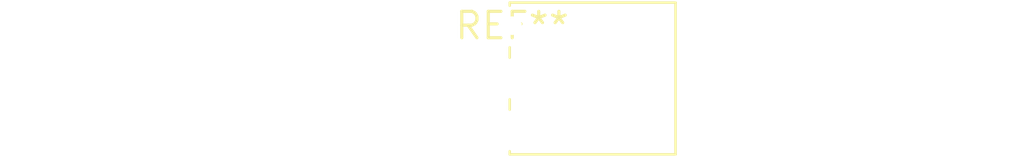
<source format=kicad_pcb>
(kicad_pcb (version 20240108) (generator pcbnew)
  (layers (0 "F.Cu" signal) (31 "B.Cu" signal) (34 "B.Paste" user) (35 "F.Paste" user) (36 "B.SilkS" user "B.Silkscreen") (37 "F.SilkS" user "F.Silkscreen") (38 "B.Mask" user) (39 "F.Mask" user) (44 "Edge.Cuts" user))
  (net 0 "")
  (footprint "SW_Push_1P2T_Vertical_E-Switch_800UDP8P1A1M6" (layer "F.Cu") (at 0 0)
    (property "Reference" "REF**")
    (property "Value" "SW_Push_1P2T_Vertical_E-Switch_800UDP8P1A1M6")
    (fp_line (start -0.12 -1.11) (end -0.12 -0.96) (layer "F.SilkS") (stroke (width 0.12)))
    (fp_line (start -0.12 1.54) (end -0.12 1.04) (layer "F.SilkS") (stroke (width 0.12)))
    (fp_line (start -0.12 4.04) (end -0.12 3.54) (layer "F.SilkS") (stroke (width 0.12)))
    (fp_line (start -0.12 6.19) (end -0.12 6.04) (layer "F.SilkS") (stroke (width 0.12)))
    (fp_line (start -0.12 6.19) (end 7.83 6.19) (layer "F.SilkS") (stroke (width 0.12)))
    (fp_line (start 7.83 -1.11) (end -0.12 -1.11) (layer "F.SilkS") (stroke (width 0.12)))
    (fp_line (start 7.83 6.19) (end 7.83 -1.11) (layer "F.SilkS") (stroke (width 0.12)))
    (pad "" thru_hole circle (at 5.08 0 180) (size 1.6 1.6) (drill 0.89) (layers *.Cu *.Mask) (remove_unused_layers))
    (pad "" thru_hole circle (at 5.08 5.08 180) (size 1.6 1.6) (drill 0.89) (layers *.Cu *.Mask) (remove_unused_layers))
    (pad "1" thru_hole roundrect (at 0 0 180) (size 1.6 1.6) (drill 0.89) (layers *.Cu *.Mask) (remove_unused_layers))
    (pad "2" thru_hole circle (at 0 2.54 180) (size 1.6 1.6) (drill 0.89) (layers *.Cu *.Mask) (remove_unused_layers))
    (pad "3" thru_hole circle (at 0 5.08 180) (size 1.6 1.6) (drill 0.89) (layers *.Cu *.Mask) (remove_unused_layers))
  )
)
</source>
